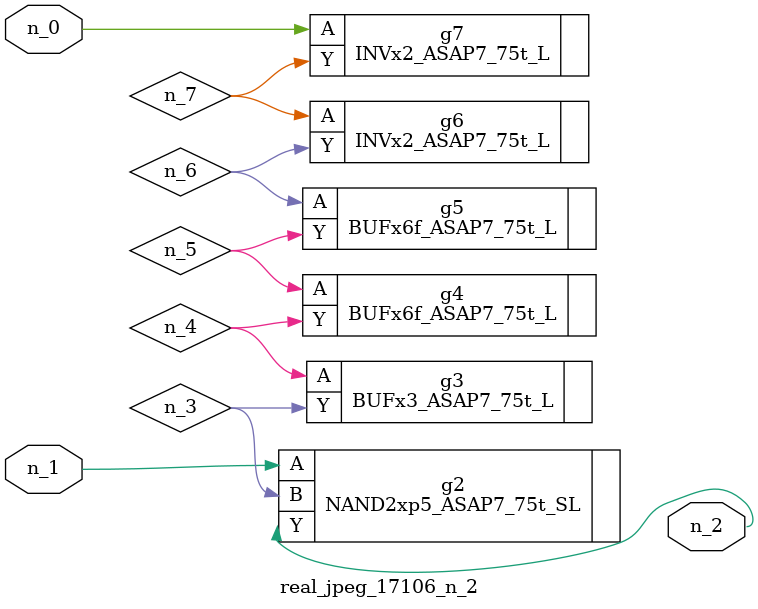
<source format=v>
module real_jpeg_17106_n_2 (n_1, n_0, n_2);

input n_1;
input n_0;

output n_2;

wire n_5;
wire n_4;
wire n_6;
wire n_7;
wire n_3;

INVx2_ASAP7_75t_L g7 ( 
.A(n_0),
.Y(n_7)
);

NAND2xp5_ASAP7_75t_SL g2 ( 
.A(n_1),
.B(n_3),
.Y(n_2)
);

BUFx3_ASAP7_75t_L g3 ( 
.A(n_4),
.Y(n_3)
);

BUFx6f_ASAP7_75t_L g4 ( 
.A(n_5),
.Y(n_4)
);

BUFx6f_ASAP7_75t_L g5 ( 
.A(n_6),
.Y(n_5)
);

INVx2_ASAP7_75t_L g6 ( 
.A(n_7),
.Y(n_6)
);


endmodule
</source>
